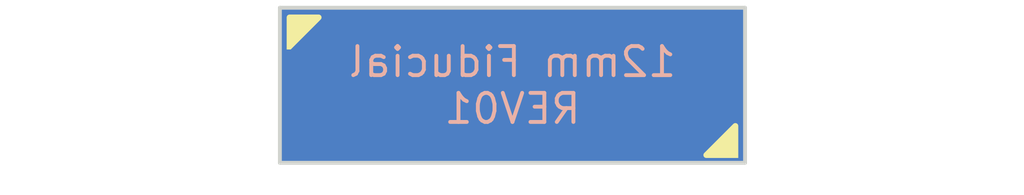
<source format=kicad_pcb>
(kicad_pcb (version 20221018) (generator pcbnew)
  (layers (0 "F.Cu" signal) (31 "B.Cu" signal) (34 "B.Paste" user) (35 "F.Paste" user) (36 "B.SilkS" user "B.Silkscreen") (37 "F.SilkS" user "F.Silkscreen") (38 "B.Mask" user) (39 "F.Mask" user) (44 "Edge.Cuts" user))
  (net 0 "")
  (footprint "Fiducial:Fiducial_1mm_Mask2mm" (layer "F.Cu") (at 6 -2)
    (fp_text reference "REF**" hide)
    (fp_text value "Fiducial_1mm_Mask2mm")
    (pad "" smd circle (at 0 0) (size 1 1) (layers "F.Cu" "F.Mask") (clearance 0.5))
  )
  (footprint "Fiducial:Fiducial_0.5mm_Mask1.5mm" (layer "F.Cu") (at 8.5 -2)
    (fp_text reference "REF**" hide)
    (fp_text value "Fiducial_0.5mm_Mask1.5mm")
    (pad "" smd circle (at 0 0) (size 0.5 0.5) (layers "F.Cu" "F.Mask") (clearance 0.5))
  )
  (footprint "Fiducial:Fiducial_0.5mm_Mask1.5mm" (layer "F.Cu") (at 3.5 -2)
    (fp_text reference "REF**" hide)
    (fp_text value "Fiducial_0.5mm_Mask1.5mm")
    (pad "" smd circle (at 0 0) (size 0.5 0.5) (layers "F.Cu" "F.Mask") (clearance 0.5))
  )
  (gr_poly (pts (xy 0.25 -3.75) (xy 0.25 -3) (xy 1 -3.75)) (stroke (width 0.15)) (fill solid) (layer "F.SilkS"))
  (gr_poly (pts (xy 11.75 -0.2) (xy 11.75 -0.95) (xy 11 -0.2)) (stroke (width 0.15)) (fill solid) (layer "F.SilkS"))
  (gr_line (start 0 0) (end 12 0) (stroke (width 0.1)) (layer "Edge.Cuts"))
  (gr_line (start 0 -4) (end 0 0) (stroke (width 0.1)) (layer "Edge.Cuts"))
  (gr_line (start 12 -4) (end 0 -4) (stroke (width 0.1)) (layer "Edge.Cuts"))
  (gr_line (start 12 0) (end 12 -4) (stroke (width 0.1)) (layer "Edge.Cuts"))
  (gr_text "12mm Fiducial\nREV01" (at 6 -2) (layer "B.SilkS") (effects (font (size 0.75 0.75) (thickness 0.1)) (justify mirror)))
  (zone (net 0) (net_name "") (layers "F&B.Cu") (connect_pads (clearance 0.2)) (min_thickness 0.25) (fill yes (thermal_gap 0.5) (thermal_bridge_width 0.5) (island_removal_mode 1) (island_area_min 10))
    (polygon (pts (xy -0.2 -4.2) (xy -0.2 0.2) (xy 12.2 0.2) (xy 12.2 -4.2)))
  )
)
</source>
